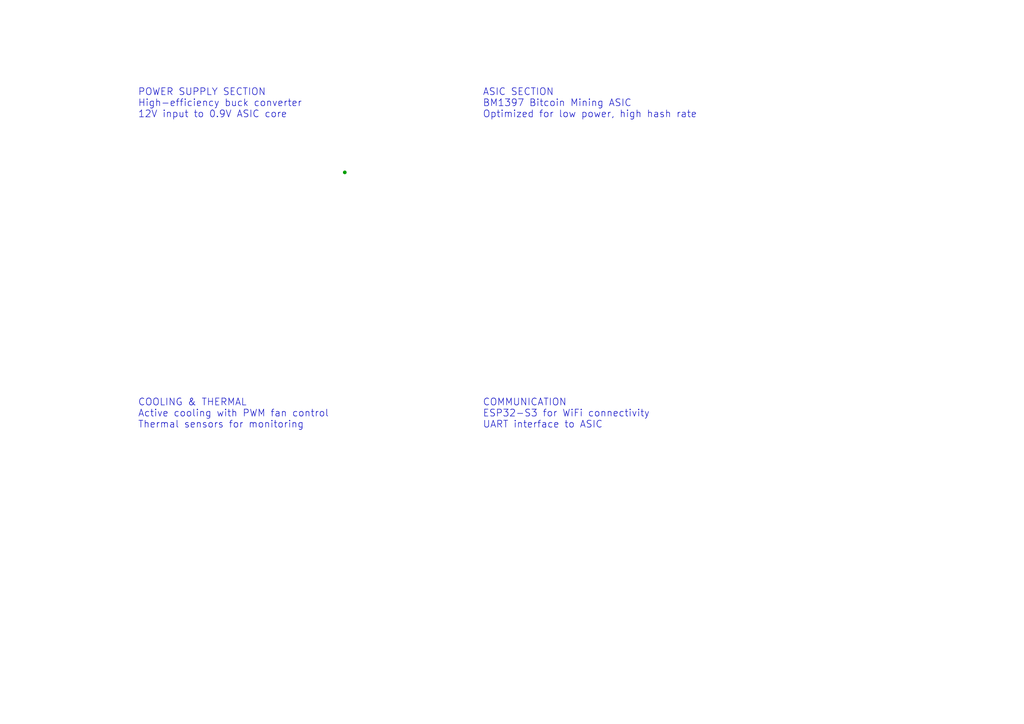
<source format=kicad_sch>
(kicad_sch (version 20250114) (generator "eeschema") (generator_version "9.0")
  (paper "A4")
  (title_block (title "Hash Vault") (date "2025-10-21") (rev "2.0") (comment 1 "by MeridianAlgo") (comment 2 "Elite 6-ASIC Design - 2.4 TH/s @ 48W") (comment 3 "Industry-Leading 20 J/TH Efficiency") (comment 4 "Based on Bitaxe open-source design"))
  (lib_symbols
    (symbol "Power:+12V" (power) (pin_names (offset 0))
      (property "Value" "+12V" (at 0 3.556 0))
      (symbol "+12V_0_1"
        (polyline (pts (xy -0.762 1.27) (xy 0 2.54)))
        (polyline (pts (xy 0 0) (xy 0 2.54)))
        (polyline (pts (xy 0 2.54) (xy 0.762 1.27)))
      )
      (symbol "+12V_1_1"
        (pin power_in line (at 0 0 90) (length 0) hide (name "+12V") (number "1"))
      )
    )
    (symbol "Power:+3V3" (power) (pin_names (offset 0))
      (property "Value" "+3V3" (at 0 3.556 0))
      (symbol "+3V3_0_1"
        (polyline (pts (xy -0.762 1.27) (xy 0 2.54)))
        (polyline (pts (xy 0 0) (xy 0 2.54)))
        (polyline (pts (xy 0 2.54) (xy 0.762 1.27)))
      )
      (symbol "+3V3_1_1"
        (pin power_in line (at 0 0 90) (length 0) hide (name "+3V3") (number "1"))
      )
    )
    (symbol "Power:GND" (power) (pin_names (offset 0))
      (property "Value" "GND" (at 0 -3.81 0))
      (symbol "GND_0_1"
        (polyline (pts (xy 0 0) (xy 0 -1.27) (xy 1.27 -1.27) (xy 0 -2.54) (xy -1.27 -1.27) (xy 0 -1.27)))
      )
      (symbol "GND_1_1"
        (pin power_in line (at 0 0 270) (length 0) hide (name "GND") (number "1"))
      )
    )
  )
  (junction (at 100 50))
  (text "POWER SUPPLY SECTION\nHigh-efficiency buck converter\n12V input to 0.9V ASIC core" (at 40 30 0) (effects (font (size 2 2)) (justify left)))
  (text "ASIC SECTION\nBM1397 Bitcoin Mining ASIC\nOptimized for low power, high hash rate" (at 140 30 0) (effects (font (size 2 2)) (justify left)))
  (text "COOLING & THERMAL\nActive cooling with PWM fan control\nThermal sensors for monitoring" (at 40 120 0) (effects (font (size 2 2)) (justify left)))
  (text "COMMUNICATION\nESP32-S3 for WiFi connectivity\nUART interface to ASIC" (at 140 120 0) (effects (font (size 2 2)) (justify left)))
)
</source>
